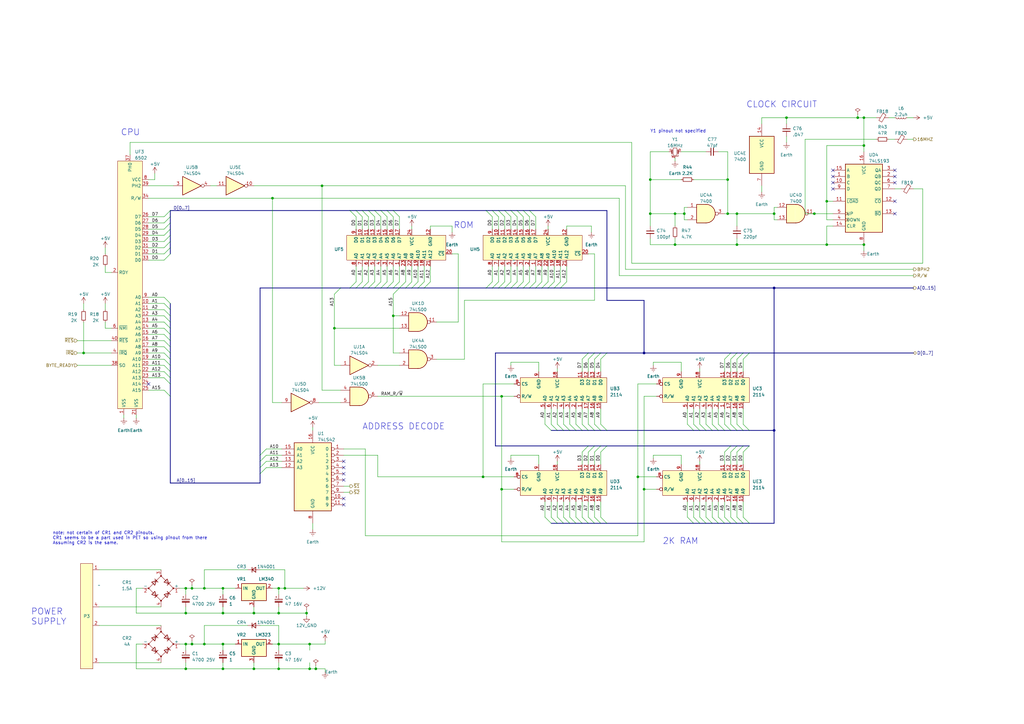
<source format=kicad_sch>
(kicad_sch (version 20230121) (generator eeschema)
  (paper "A3")
  (junction (at 317.5 176.53))
  (junction (at 137.16 134.62))
  (junction (at 261.62 195.58))
  (junction (at 76.2 274.32))
  (junction (at 322.58 48.26))
  (junction (at 205.74 162.56))
  (junction (at 76.2 241.3))
  (junction (at 354.33 59.69))
  (junction (at 266.7 73.66))
  (junction (at 111.76 81.28))
  (junction (at 132.08 76.2))
  (junction (at 114.3 274.32))
  (junction (at 104.14 251.46))
  (junction (at 198.12 195.58))
  (junction (at 354.33 48.26))
  (junction (at 298.45 87.63))
  (junction (at 91.44 274.32))
  (junction (at 298.45 73.66))
  (junction (at 83.82 264.16))
  (junction (at 104.14 274.32))
  (junction (at 91.44 251.46))
  (junction (at 266.7 87.63))
  (junction (at 78.74 264.16))
  (junction (at 280.67 87.63))
  (junction (at 302.26 100.33))
  (junction (at 114.3 264.16))
  (junction (at 351.79 48.26))
  (junction (at 78.74 241.3))
  (junction (at 83.82 241.3))
  (junction (at 76.2 264.16))
  (junction (at 339.09 100.33))
  (junction (at 317.5 87.63))
  (junction (at 76.2 251.46))
  (junction (at 127 274.32))
  (junction (at 276.86 100.33))
  (junction (at 116.84 241.3))
  (junction (at 34.29 144.78))
  (junction (at 114.3 251.46))
  (junction (at 127 264.16))
  (junction (at 339.09 82.55))
  (junction (at 205.74 200.66))
  (junction (at 317.5 118.11))
  (junction (at 114.3 241.3))
  (junction (at 91.44 264.16))
  (junction (at 354.33 100.33))
  (junction (at 302.26 87.63))
  (junction (at 264.16 200.66))
  (junction (at 161.29 129.54))
  (junction (at 91.44 241.3))
  (junction (at 264.16 144.78))
  (junction (at 125.73 251.46))
  (junction (at 276.86 87.63))
  (junction (at 129.54 274.32))
  (junction (at 334.01 87.63))
  (no_connect (at 367.03 74.93))
  (no_connect (at 367.03 69.85))
  (no_connect (at 140.97 189.23))
  (no_connect (at 140.97 191.77))
  (no_connect (at 140.97 194.31))
  (no_connect (at 140.97 204.47))
  (no_connect (at 367.03 87.63))
  (no_connect (at 341.63 74.93))
  (no_connect (at 60.96 157.48))
  (no_connect (at 367.03 82.55))
  (no_connect (at 140.97 207.01))
  (no_connect (at 341.63 69.85))
  (no_connect (at 341.63 72.39))
  (no_connect (at 367.03 72.39))
  (no_connect (at 140.97 196.85))
  (no_connect (at 341.63 77.47))
  (bus_entry (at 217.17 86.36) (size 2.54 2.54))
  (bus_entry (at 67.31 91.44) (size 2.54 -2.54))
  (bus_entry (at 287.02 173.99) (size 2.54 2.54))
  (bus_entry (at 231.14 173.99) (size 2.54 2.54))
  (bus_entry (at 299.72 144.78) (size -2.54 2.54))
  (bus_entry (at 241.3 182.88) (size -2.54 2.54))
  (bus_entry (at 212.09 118.11) (size 2.54 -2.54))
  (bus_entry (at 302.26 173.99) (size 2.54 2.54))
  (bus_entry (at 67.31 96.52) (size 2.54 -2.54))
  (bus_entry (at 299.72 182.88) (size -2.54 2.54))
  (bus_entry (at 199.39 118.11) (size 2.54 -2.54))
  (bus_entry (at 228.6 212.09) (size 2.54 2.54))
  (bus_entry (at 163.83 118.11) (size -2.54 2.54))
  (bus_entry (at 236.22 212.09) (size 2.54 2.54))
  (bus_entry (at 307.34 144.78) (size -2.54 2.54))
  (bus_entry (at 246.38 144.78) (size -2.54 2.54))
  (bus_entry (at 304.8 144.78) (size -2.54 2.54))
  (bus_entry (at 158.75 118.11) (size 2.54 -2.54))
  (bus_entry (at 67.31 149.86) (size 2.54 2.54))
  (bus_entry (at 246.38 173.99) (size 2.54 2.54))
  (bus_entry (at 217.17 118.11) (size 2.54 -2.54))
  (bus_entry (at 207.01 86.36) (size 2.54 2.54))
  (bus_entry (at 241.3 212.09) (size 2.54 2.54))
  (bus_entry (at 106.68 191.77) (size 2.54 -2.54))
  (bus_entry (at 67.31 139.7) (size 2.54 2.54))
  (bus_entry (at 219.71 118.11) (size 2.54 -2.54))
  (bus_entry (at 302.26 144.78) (size -2.54 2.54))
  (bus_entry (at 153.67 118.11) (size 2.54 -2.54))
  (bus_entry (at 287.02 212.09) (size 2.54 2.54))
  (bus_entry (at 297.18 173.99) (size 2.54 2.54))
  (bus_entry (at 161.29 86.36) (size 2.54 2.54))
  (bus_entry (at 201.93 118.11) (size 2.54 -2.54))
  (bus_entry (at 143.51 118.11) (size 2.54 -2.54))
  (bus_entry (at 163.83 118.11) (size 2.54 -2.54))
  (bus_entry (at 151.13 118.11) (size 2.54 -2.54))
  (bus_entry (at 67.31 154.94) (size 2.54 2.54))
  (bus_entry (at 209.55 118.11) (size 2.54 -2.54))
  (bus_entry (at 248.92 144.78) (size -2.54 2.54))
  (bus_entry (at 289.56 212.09) (size 2.54 2.54))
  (bus_entry (at 212.09 86.36) (size 2.54 2.54))
  (bus_entry (at 148.59 118.11) (size 2.54 -2.54))
  (bus_entry (at 246.38 182.88) (size -2.54 2.54))
  (bus_entry (at 214.63 86.36) (size 2.54 2.54))
  (bus_entry (at 67.31 147.32) (size 2.54 2.54))
  (bus_entry (at 171.45 118.11) (size 2.54 -2.54))
  (bus_entry (at 67.31 160.02) (size 2.54 2.54))
  (bus_entry (at 302.26 212.09) (size 2.54 2.54))
  (bus_entry (at 67.31 106.68) (size 2.54 -2.54))
  (bus_entry (at 289.56 173.99) (size 2.54 2.54))
  (bus_entry (at 67.31 101.6) (size 2.54 -2.54))
  (bus_entry (at 153.67 86.36) (size 2.54 2.54))
  (bus_entry (at 281.94 212.09) (size 2.54 2.54))
  (bus_entry (at 248.92 182.88) (size -2.54 2.54))
  (bus_entry (at 243.84 212.09) (size 2.54 2.54))
  (bus_entry (at 67.31 104.14) (size 2.54 -2.54))
  (bus_entry (at 231.14 212.09) (size 2.54 2.54))
  (bus_entry (at 236.22 173.99) (size 2.54 2.54))
  (bus_entry (at 233.68 212.09) (size 2.54 2.54))
  (bus_entry (at 214.63 118.11) (size 2.54 -2.54))
  (bus_entry (at 304.8 182.88) (size -2.54 2.54))
  (bus_entry (at 199.39 86.36) (size 2.54 2.54))
  (bus_entry (at 148.59 86.36) (size 2.54 2.54))
  (bus_entry (at 241.3 144.78) (size -2.54 2.54))
  (bus_entry (at 67.31 132.08) (size 2.54 2.54))
  (bus_entry (at 168.91 118.11) (size 2.54 -2.54))
  (bus_entry (at 151.13 86.36) (size 2.54 2.54))
  (bus_entry (at 67.31 93.98) (size 2.54 -2.54))
  (bus_entry (at 161.29 118.11) (size 2.54 -2.54))
  (bus_entry (at 304.8 212.09) (size 2.54 2.54))
  (bus_entry (at 173.99 118.11) (size 2.54 -2.54))
  (bus_entry (at 146.05 86.36) (size 2.54 2.54))
  (bus_entry (at 209.55 86.36) (size 2.54 2.54))
  (bus_entry (at 222.25 118.11) (size 2.54 -2.54))
  (bus_entry (at 226.06 173.99) (size 2.54 2.54))
  (bus_entry (at 299.72 173.99) (size 2.54 2.54))
  (bus_entry (at 67.31 134.62) (size 2.54 2.54))
  (bus_entry (at 67.31 129.54) (size 2.54 2.54))
  (bus_entry (at 246.38 212.09) (size 2.54 2.54))
  (bus_entry (at 281.94 173.99) (size 2.54 2.54))
  (bus_entry (at 166.37 118.11) (size 2.54 -2.54))
  (bus_entry (at 292.1 173.99) (size 2.54 2.54))
  (bus_entry (at 223.52 212.09) (size 2.54 2.54))
  (bus_entry (at 156.21 118.11) (size 2.54 -2.54))
  (bus_entry (at 106.68 194.31) (size 2.54 -2.54))
  (bus_entry (at 67.31 144.78) (size 2.54 2.54))
  (bus_entry (at 67.31 99.06) (size 2.54 -2.54))
  (bus_entry (at 224.79 118.11) (size 2.54 -2.54))
  (bus_entry (at 243.84 173.99) (size 2.54 2.54))
  (bus_entry (at 238.76 173.99) (size 2.54 2.54))
  (bus_entry (at 284.48 173.99) (size 2.54 2.54))
  (bus_entry (at 241.3 173.99) (size 2.54 2.54))
  (bus_entry (at 229.87 118.11) (size 2.54 -2.54))
  (bus_entry (at 294.64 212.09) (size 2.54 2.54))
  (bus_entry (at 67.31 152.4) (size 2.54 2.54))
  (bus_entry (at 233.68 173.99) (size 2.54 2.54))
  (bus_entry (at 302.26 182.88) (size -2.54 2.54))
  (bus_entry (at 207.01 118.11) (size 2.54 -2.54))
  (bus_entry (at 227.33 118.11) (size 2.54 -2.54))
  (bus_entry (at 67.31 124.46) (size 2.54 2.54))
  (bus_entry (at 106.68 186.69) (size 2.54 -2.54))
  (bus_entry (at 292.1 212.09) (size 2.54 2.54))
  (bus_entry (at 67.31 88.9) (size 2.54 -2.54))
  (bus_entry (at 201.93 86.36) (size 2.54 2.54))
  (bus_entry (at 158.75 86.36) (size 2.54 2.54))
  (bus_entry (at 143.51 86.36) (size 2.54 2.54))
  (bus_entry (at 228.6 173.99) (size 2.54 2.54))
  (bus_entry (at 223.52 173.99) (size 2.54 2.54))
  (bus_entry (at 243.84 144.78) (size -2.54 2.54))
  (bus_entry (at 243.84 182.88) (size -2.54 2.54))
  (bus_entry (at 156.21 86.36) (size 2.54 2.54))
  (bus_entry (at 238.76 212.09) (size 2.54 2.54))
  (bus_entry (at 204.47 86.36) (size 2.54 2.54))
  (bus_entry (at 139.7 118.11) (size -2.54 2.54))
  (bus_entry (at 226.06 212.09) (size 2.54 2.54))
  (bus_entry (at 146.05 118.11) (size 2.54 -2.54))
  (bus_entry (at 67.31 121.92) (size 2.54 2.54))
  (bus_entry (at 294.64 173.99) (size 2.54 2.54))
  (bus_entry (at 297.18 212.09) (size 2.54 2.54))
  (bus_entry (at 284.48 212.09) (size 2.54 2.54))
  (bus_entry (at 307.34 182.88) (size -2.54 2.54))
  (bus_entry (at 299.72 212.09) (size 2.54 2.54))
  (bus_entry (at 204.47 118.11) (size 2.54 -2.54))
  (bus_entry (at 67.31 137.16) (size 2.54 2.54))
  (bus_entry (at 67.31 142.24) (size 2.54 2.54))
  (bus_entry (at 304.8 173.99) (size 2.54 2.54))
  (bus_entry (at 67.31 127) (size 2.54 2.54))
  (bus_entry (at 106.68 189.23) (size 2.54 -2.54))
  (wire (pts (xy 129.54 274.32) (xy 133.35 274.32)))
  (wire (pts (xy 364.49 57.15) (xy 367.03 57.15)))
  (wire (pts (xy 146.05 88.9) (xy 146.05 93.98)))
  (bus (pts (xy 302.26 176.53) (xy 304.8 176.53)))
  (wire (pts (xy 104.14 274.32) (xy 114.3 274.32)))
  (wire (pts (xy 151.13 88.9) (xy 151.13 93.98)))
  (wire (pts (xy 60.96 81.28) (xy 111.76 81.28)))
  (wire (pts (xy 209.55 109.22) (xy 209.55 115.57)))
  (bus (pts (xy 203.2 144.78) (xy 241.3 144.78)))
  (wire (pts (xy 204.47 88.9) (xy 204.47 93.98)))
  (wire (pts (xy 209.55 148.59) (xy 220.98 148.59)))
  (wire (pts (xy 40.64 248.92) (xy 66.04 248.92)))
  (wire (pts (xy 302.26 100.33) (xy 302.26 97.79)))
  (bus (pts (xy 156.21 86.36) (xy 158.75 86.36)))
  (bus (pts (xy 69.85 101.6) (xy 69.85 99.06)))
  (bus (pts (xy 69.85 127) (xy 69.85 129.54)))
  (wire (pts (xy 101.6 233.68) (xy 83.82 233.68)))
  (bus (pts (xy 307.34 176.53) (xy 317.5 176.53)))
  (wire (pts (xy 292.1 205.74) (xy 292.1 212.09)))
  (bus (pts (xy 69.85 139.7) (xy 69.85 142.24)))
  (wire (pts (xy 298.45 87.63) (xy 298.45 73.66)))
  (bus (pts (xy 153.67 86.36) (xy 156.21 86.36)))
  (wire (pts (xy 156.21 88.9) (xy 156.21 93.98)))
  (wire (pts (xy 241.3 104.14) (xy 243.84 104.14)))
  (wire (pts (xy 43.18 109.22) (xy 43.18 111.76)))
  (wire (pts (xy 201.93 109.22) (xy 201.93 115.57)))
  (bus (pts (xy 226.06 176.53) (xy 228.6 176.53)))
  (bus (pts (xy 148.59 86.36) (xy 151.13 86.36)))
  (bus (pts (xy 69.85 142.24) (xy 69.85 144.78)))
  (wire (pts (xy 246.38 185.42) (xy 246.38 190.5)))
  (wire (pts (xy 53.34 58.42) (xy 53.34 63.5)))
  (bus (pts (xy 228.6 176.53) (xy 231.14 176.53)))
  (wire (pts (xy 60.96 134.62) (xy 67.31 134.62)))
  (wire (pts (xy 133.35 274.32) (xy 133.35 275.59)))
  (wire (pts (xy 43.18 134.62) (xy 45.72 134.62)))
  (wire (pts (xy 266.7 87.63) (xy 276.86 87.63)))
  (bus (pts (xy 236.22 176.53) (xy 238.76 176.53)))
  (wire (pts (xy 60.96 127) (xy 67.31 127)))
  (bus (pts (xy 226.06 214.63) (xy 228.6 214.63)))
  (wire (pts (xy 60.96 93.98) (xy 67.31 93.98)))
  (bus (pts (xy 106.68 186.69) (xy 106.68 189.23)))
  (wire (pts (xy 60.96 101.6) (xy 67.31 101.6)))
  (wire (pts (xy 60.96 91.44) (xy 67.31 91.44)))
  (wire (pts (xy 91.44 251.46) (xy 91.44 248.92)))
  (wire (pts (xy 161.29 129.54) (xy 161.29 120.65)))
  (bus (pts (xy 241.3 182.88) (xy 203.2 182.88)))
  (bus (pts (xy 289.56 176.53) (xy 292.1 176.53)))
  (bus (pts (xy 158.75 118.11) (xy 161.29 118.11)))
  (wire (pts (xy 317.5 85.09) (xy 317.5 87.63)))
  (wire (pts (xy 140.97 184.15) (xy 149.86 184.15)))
  (wire (pts (xy 322.58 55.88) (xy 322.58 58.42)))
  (bus (pts (xy 69.85 132.08) (xy 69.85 134.62)))
  (wire (pts (xy 116.84 241.3) (xy 124.46 241.3)))
  (wire (pts (xy 294.64 62.23) (xy 298.45 62.23)))
  (wire (pts (xy 114.3 248.92) (xy 114.3 251.46)))
  (wire (pts (xy 222.25 109.22) (xy 222.25 115.57)))
  (wire (pts (xy 171.45 109.22) (xy 171.45 115.57)))
  (wire (pts (xy 284.48 167.64) (xy 284.48 173.99)))
  (bus (pts (xy 69.85 154.94) (xy 69.85 157.48)))
  (wire (pts (xy 224.79 109.22) (xy 224.79 115.57)))
  (wire (pts (xy 297.18 185.42) (xy 297.18 190.5)))
  (wire (pts (xy 129.54 273.05) (xy 129.54 274.32)))
  (bus (pts (xy 146.05 118.11) (xy 148.59 118.11)))
  (wire (pts (xy 318.77 85.09) (xy 317.5 85.09)))
  (bus (pts (xy 214.63 86.36) (xy 217.17 86.36)))
  (bus (pts (xy 69.85 93.98) (xy 69.85 91.44)))
  (wire (pts (xy 261.62 195.58) (xy 261.62 219.71)))
  (wire (pts (xy 227.33 109.22) (xy 227.33 115.57)))
  (wire (pts (xy 185.42 92.71) (xy 176.53 92.71)))
  (wire (pts (xy 205.74 162.56) (xy 205.74 200.66)))
  (wire (pts (xy 266.7 100.33) (xy 276.86 100.33)))
  (bus (pts (xy 246.38 176.53) (xy 248.92 176.53)))
  (wire (pts (xy 60.96 88.9) (xy 67.31 88.9)))
  (wire (pts (xy 34.29 132.08) (xy 34.29 144.78)))
  (wire (pts (xy 140.97 201.93) (xy 143.51 201.93)))
  (wire (pts (xy 264.16 200.66) (xy 269.24 200.66)))
  (wire (pts (xy 276.86 100.33) (xy 302.26 100.33)))
  (wire (pts (xy 233.68 205.74) (xy 233.68 212.09)))
  (bus (pts (xy 317.5 176.53) (xy 317.5 214.63)))
  (wire (pts (xy 302.26 100.33) (xy 339.09 100.33)))
  (wire (pts (xy 111.76 81.28) (xy 254 81.28)))
  (wire (pts (xy 317.5 87.63) (xy 317.5 90.17)))
  (wire (pts (xy 256.54 110.49) (xy 256.54 76.2)))
  (wire (pts (xy 351.79 46.99) (xy 351.79 48.26)))
  (wire (pts (xy 279.4 148.59) (xy 279.4 152.4)))
  (bus (pts (xy 307.34 144.78) (xy 374.65 144.78)))
  (wire (pts (xy 229.87 109.22) (xy 229.87 115.57)))
  (bus (pts (xy 199.39 118.11) (xy 201.93 118.11)))
  (wire (pts (xy 137.16 120.65) (xy 137.16 134.62)))
  (bus (pts (xy 297.18 176.53) (xy 299.72 176.53)))
  (bus (pts (xy 304.8 214.63) (xy 307.34 214.63)))
  (wire (pts (xy 34.29 144.78) (xy 45.72 144.78)))
  (wire (pts (xy 127 264.16) (xy 127 266.7)))
  (bus (pts (xy 69.85 88.9) (xy 69.85 86.36)))
  (wire (pts (xy 154.94 195.58) (xy 198.12 195.58)))
  (wire (pts (xy 226.06 205.74) (xy 226.06 212.09)))
  (wire (pts (xy 40.64 233.68) (xy 66.04 233.68)))
  (wire (pts (xy 127 264.16) (xy 133.35 264.16)))
  (wire (pts (xy 187.96 104.14) (xy 187.96 132.08)))
  (wire (pts (xy 60.96 76.2) (xy 71.12 76.2)))
  (wire (pts (xy 128.27 175.26) (xy 128.27 176.53)))
  (wire (pts (xy 241.3 147.32) (xy 241.3 152.4)))
  (wire (pts (xy 148.59 109.22) (xy 148.59 115.57)))
  (wire (pts (xy 43.18 124.46) (xy 43.18 127)))
  (wire (pts (xy 210.82 157.48) (xy 198.12 157.48)))
  (wire (pts (xy 276.86 87.63) (xy 276.86 92.71)))
  (wire (pts (xy 238.76 167.64) (xy 238.76 173.99)))
  (wire (pts (xy 264.16 200.66) (xy 264.16 222.25)))
  (wire (pts (xy 339.09 92.71) (xy 339.09 100.33)))
  (wire (pts (xy 259.08 58.42) (xy 259.08 107.95)))
  (bus (pts (xy 199.39 86.36) (xy 201.93 86.36)))
  (wire (pts (xy 297.18 205.74) (xy 297.18 212.09)))
  (wire (pts (xy 114.3 241.3) (xy 116.84 241.3)))
  (bus (pts (xy 302.26 214.63) (xy 304.8 214.63)))
  (wire (pts (xy 266.7 62.23) (xy 266.7 73.66)))
  (bus (pts (xy 139.7 118.11) (xy 143.51 118.11)))
  (bus (pts (xy 69.85 91.44) (xy 69.85 88.9)))
  (wire (pts (xy 153.67 109.22) (xy 153.67 115.57)))
  (wire (pts (xy 116.84 233.68) (xy 106.68 233.68)))
  (wire (pts (xy 104.14 251.46) (xy 114.3 251.46)))
  (bus (pts (xy 229.87 118.11) (xy 317.5 118.11)))
  (wire (pts (xy 76.2 271.78) (xy 76.2 274.32)))
  (bus (pts (xy 248.92 123.19) (xy 264.16 123.19)))
  (wire (pts (xy 40.64 256.54) (xy 66.04 256.54)))
  (wire (pts (xy 322.58 48.26) (xy 351.79 48.26)))
  (bus (pts (xy 241.3 144.78) (xy 243.84 144.78)))
  (bus (pts (xy 217.17 118.11) (xy 219.71 118.11)))
  (wire (pts (xy 137.16 149.86) (xy 139.7 149.86)))
  (wire (pts (xy 339.09 59.69) (xy 354.33 59.69)))
  (wire (pts (xy 276.86 64.77) (xy 276.86 66.04)))
  (bus (pts (xy 294.64 214.63) (xy 297.18 214.63)))
  (bus (pts (xy 264.16 144.78) (xy 299.72 144.78)))
  (wire (pts (xy 163.83 88.9) (xy 163.83 93.98)))
  (wire (pts (xy 140.97 186.69) (xy 154.94 186.69)))
  (wire (pts (xy 374.65 110.49) (xy 256.54 110.49)))
  (bus (pts (xy 151.13 118.11) (xy 153.67 118.11)))
  (wire (pts (xy 246.38 205.74) (xy 246.38 212.09)))
  (wire (pts (xy 163.83 129.54) (xy 161.29 129.54)))
  (wire (pts (xy 201.93 88.9) (xy 201.93 93.98)))
  (wire (pts (xy 146.05 109.22) (xy 146.05 115.57)))
  (wire (pts (xy 302.26 87.63) (xy 317.5 87.63)))
  (wire (pts (xy 91.44 251.46) (xy 104.14 251.46)))
  (bus (pts (xy 236.22 214.63) (xy 238.76 214.63)))
  (wire (pts (xy 176.53 109.22) (xy 176.53 115.57)))
  (bus (pts (xy 69.85 99.06) (xy 69.85 96.52)))
  (bus (pts (xy 106.68 189.23) (xy 106.68 191.77)))
  (wire (pts (xy 133.35 262.89) (xy 133.35 264.16)))
  (wire (pts (xy 330.2 87.63) (xy 334.01 87.63)))
  (bus (pts (xy 233.68 214.63) (xy 236.22 214.63)))
  (wire (pts (xy 269.24 162.56) (xy 264.16 162.56)))
  (wire (pts (xy 116.84 241.3) (xy 116.84 233.68)))
  (wire (pts (xy 190.5 147.32) (xy 179.07 147.32)))
  (wire (pts (xy 91.44 241.3) (xy 96.52 241.3)))
  (wire (pts (xy 83.82 241.3) (xy 78.74 241.3)))
  (wire (pts (xy 354.33 48.26) (xy 359.41 48.26)))
  (wire (pts (xy 299.72 205.74) (xy 299.72 212.09)))
  (wire (pts (xy 114.3 256.54) (xy 106.68 256.54)))
  (wire (pts (xy 207.01 88.9) (xy 207.01 93.98)))
  (bus (pts (xy 302.26 144.78) (xy 304.8 144.78)))
  (wire (pts (xy 60.96 152.4) (xy 67.31 152.4)))
  (wire (pts (xy 166.37 109.22) (xy 166.37 115.57)))
  (wire (pts (xy 132.08 160.02) (xy 139.7 160.02)))
  (wire (pts (xy 228.6 205.74) (xy 228.6 212.09)))
  (bus (pts (xy 203.2 182.88) (xy 203.2 144.78)))
  (wire (pts (xy 168.91 92.71) (xy 168.91 93.98)))
  (wire (pts (xy 158.75 109.22) (xy 158.75 115.57)))
  (wire (pts (xy 267.97 186.69) (xy 279.4 186.69)))
  (wire (pts (xy 111.76 81.28) (xy 111.76 165.1)))
  (bus (pts (xy 69.85 124.46) (xy 69.85 127)))
  (bus (pts (xy 231.14 214.63) (xy 233.68 214.63)))
  (wire (pts (xy 83.82 256.54) (xy 83.82 264.16)))
  (wire (pts (xy 55.88 251.46) (xy 76.2 251.46)))
  (bus (pts (xy 173.99 118.11) (xy 199.39 118.11)))
  (wire (pts (xy 280.67 87.63) (xy 280.67 90.17)))
  (wire (pts (xy 60.96 139.7) (xy 67.31 139.7)))
  (bus (pts (xy 292.1 176.53) (xy 294.64 176.53)))
  (wire (pts (xy 299.72 167.64) (xy 299.72 173.99)))
  (wire (pts (xy 73.66 264.16) (xy 76.2 264.16)))
  (wire (pts (xy 264.16 222.25) (xy 205.74 222.25)))
  (wire (pts (xy 58.42 241.3) (xy 55.88 241.3)))
  (wire (pts (xy 298.45 62.23) (xy 298.45 73.66)))
  (bus (pts (xy 248.92 176.53) (xy 284.48 176.53)))
  (wire (pts (xy 104.14 274.32) (xy 104.14 271.78)))
  (wire (pts (xy 43.18 132.08) (xy 43.18 134.62)))
  (wire (pts (xy 339.09 82.55) (xy 341.63 82.55)))
  (wire (pts (xy 161.29 129.54) (xy 161.29 144.78)))
  (bus (pts (xy 106.68 118.11) (xy 139.7 118.11)))
  (wire (pts (xy 60.96 73.66) (xy 63.5 73.66)))
  (wire (pts (xy 60.96 142.24) (xy 67.31 142.24)))
  (wire (pts (xy 238.76 147.32) (xy 238.76 152.4)))
  (bus (pts (xy 302.26 182.88) (xy 304.8 182.88)))
  (wire (pts (xy 209.55 149.86) (xy 209.55 148.59)))
  (wire (pts (xy 212.09 88.9) (xy 212.09 93.98)))
  (wire (pts (xy 198.12 157.48) (xy 198.12 195.58)))
  (wire (pts (xy 60.96 129.54) (xy 67.31 129.54)))
  (bus (pts (xy 224.79 118.11) (xy 227.33 118.11)))
  (wire (pts (xy 101.6 256.54) (xy 83.82 256.54)))
  (wire (pts (xy 91.44 264.16) (xy 91.44 266.7)))
  (wire (pts (xy 40.64 271.78) (xy 66.04 271.78)))
  (bus (pts (xy 163.83 118.11) (xy 166.37 118.11)))
  (bus (pts (xy 151.13 86.36) (xy 153.67 86.36)))
  (wire (pts (xy 341.63 90.17) (xy 339.09 90.17)))
  (wire (pts (xy 243.84 205.74) (xy 243.84 212.09)))
  (wire (pts (xy 281.94 90.17) (xy 280.67 90.17)))
  (bus (pts (xy 69.85 86.36) (xy 143.51 86.36)))
  (bus (pts (xy 212.09 118.11) (xy 214.63 118.11)))
  (wire (pts (xy 168.91 109.22) (xy 168.91 115.57)))
  (wire (pts (xy 276.86 87.63) (xy 280.67 87.63)))
  (wire (pts (xy 31.75 139.7) (xy 45.72 139.7)))
  (wire (pts (xy 209.55 186.69) (xy 220.98 186.69)))
  (wire (pts (xy 241.3 167.64) (xy 241.3 173.99)))
  (bus (pts (xy 243.84 214.63) (xy 246.38 214.63)))
  (wire (pts (xy 281.94 167.64) (xy 281.94 173.99)))
  (bus (pts (xy 69.85 104.14) (xy 69.85 101.6)))
  (bus (pts (xy 238.76 214.63) (xy 241.3 214.63)))
  (wire (pts (xy 73.66 241.3) (xy 76.2 241.3)))
  (wire (pts (xy 60.96 160.02) (xy 67.31 160.02)))
  (bus (pts (xy 212.09 86.36) (xy 214.63 86.36)))
  (wire (pts (xy 190.5 123.19) (xy 190.5 147.32)))
  (wire (pts (xy 267.97 187.96) (xy 267.97 186.69)))
  (wire (pts (xy 274.32 62.23) (xy 266.7 62.23)))
  (wire (pts (xy 132.08 76.2) (xy 132.08 160.02)))
  (wire (pts (xy 114.3 274.32) (xy 127 274.32)))
  (wire (pts (xy 292.1 167.64) (xy 292.1 173.99)))
  (wire (pts (xy 220.98 186.69) (xy 220.98 190.5)))
  (wire (pts (xy 137.16 134.62) (xy 137.16 149.86)))
  (wire (pts (xy 151.13 109.22) (xy 151.13 115.57)))
  (wire (pts (xy 264.16 162.56) (xy 264.16 200.66)))
  (bus (pts (xy 299.72 214.63) (xy 302.26 214.63)))
  (wire (pts (xy 372.11 48.26) (xy 374.65 48.26)))
  (wire (pts (xy 104.14 251.46) (xy 104.14 248.92)))
  (wire (pts (xy 367.03 77.47) (xy 369.57 77.47)))
  (wire (pts (xy 254 81.28) (xy 254 113.03)))
  (wire (pts (xy 212.09 109.22) (xy 212.09 115.57)))
  (wire (pts (xy 154.94 149.86) (xy 163.83 149.86)))
  (wire (pts (xy 158.75 88.9) (xy 158.75 93.98)))
  (wire (pts (xy 60.96 132.08) (xy 67.31 132.08)))
  (wire (pts (xy 114.3 251.46) (xy 125.73 251.46)))
  (bus (pts (xy 304.8 182.88) (xy 307.34 182.88)))
  (bus (pts (xy 209.55 118.11) (xy 212.09 118.11)))
  (wire (pts (xy 304.8 205.74) (xy 304.8 212.09)))
  (wire (pts (xy 304.8 167.64) (xy 304.8 173.99)))
  (wire (pts (xy 31.75 149.86) (xy 45.72 149.86)))
  (wire (pts (xy 63.5 71.12) (xy 63.5 73.66)))
  (wire (pts (xy 256.54 76.2) (xy 132.08 76.2)))
  (wire (pts (xy 187.96 132.08) (xy 179.07 132.08)))
  (wire (pts (xy 60.96 144.78) (xy 67.31 144.78)))
  (wire (pts (xy 109.22 191.77) (xy 115.57 191.77)))
  (wire (pts (xy 173.99 109.22) (xy 173.99 115.57)))
  (wire (pts (xy 254 113.03) (xy 374.65 113.03)))
  (bus (pts (xy 317.5 118.11) (xy 374.65 118.11)))
  (bus (pts (xy 69.85 162.56) (xy 69.85 198.12)))
  (wire (pts (xy 214.63 88.9) (xy 214.63 93.98)))
  (wire (pts (xy 114.3 264.16) (xy 127 264.16)))
  (bus (pts (xy 171.45 118.11) (xy 173.99 118.11)))
  (bus (pts (xy 241.3 176.53) (xy 243.84 176.53)))
  (wire (pts (xy 236.22 167.64) (xy 236.22 173.99)))
  (wire (pts (xy 207.01 109.22) (xy 207.01 115.57)))
  (bus (pts (xy 228.6 214.63) (xy 231.14 214.63)))
  (bus (pts (xy 233.68 176.53) (xy 236.22 176.53)))
  (wire (pts (xy 198.12 195.58) (xy 210.82 195.58)))
  (bus (pts (xy 238.76 176.53) (xy 241.3 176.53)))
  (wire (pts (xy 53.34 58.42) (xy 259.08 58.42)))
  (wire (pts (xy 297.18 87.63) (xy 298.45 87.63)))
  (wire (pts (xy 232.41 93.98) (xy 232.41 92.71)))
  (bus (pts (xy 204.47 118.11) (xy 207.01 118.11)))
  (wire (pts (xy 58.42 264.16) (xy 55.88 264.16)))
  (wire (pts (xy 55.88 241.3) (xy 55.88 251.46)))
  (bus (pts (xy 207.01 86.36) (xy 209.55 86.36)))
  (wire (pts (xy 302.26 87.63) (xy 302.26 92.71)))
  (wire (pts (xy 289.56 62.23) (xy 279.4 62.23)))
  (wire (pts (xy 341.63 92.71) (xy 339.09 92.71)))
  (wire (pts (xy 228.6 167.64) (xy 228.6 173.99)))
  (wire (pts (xy 149.86 184.15) (xy 149.86 219.71)))
  (wire (pts (xy 78.74 264.16) (xy 83.82 264.16)))
  (wire (pts (xy 111.76 264.16) (xy 114.3 264.16)))
  (bus (pts (xy 243.84 144.78) (xy 246.38 144.78)))
  (wire (pts (xy 302.26 205.74) (xy 302.26 212.09)))
  (wire (pts (xy 205.74 200.66) (xy 205.74 222.25)))
  (bus (pts (xy 69.85 152.4) (xy 69.85 154.94)))
  (bus (pts (xy 69.85 137.16) (xy 69.85 139.7)))
  (wire (pts (xy 287.02 205.74) (xy 287.02 212.09)))
  (wire (pts (xy 156.21 109.22) (xy 156.21 115.57)))
  (wire (pts (xy 228.6 189.23) (xy 228.6 190.5)))
  (wire (pts (xy 176.53 92.71) (xy 176.53 93.98)))
  (wire (pts (xy 279.4 73.66) (xy 266.7 73.66)))
  (bus (pts (xy 241.3 214.63) (xy 243.84 214.63)))
  (wire (pts (xy 204.47 109.22) (xy 204.47 115.57)))
  (wire (pts (xy 233.68 167.64) (xy 233.68 173.99)))
  (bus (pts (xy 264.16 123.19) (xy 264.16 144.78)))
  (wire (pts (xy 125.73 251.46) (xy 125.73 252.73)))
  (wire (pts (xy 312.42 48.26) (xy 322.58 48.26)))
  (bus (pts (xy 299.72 144.78) (xy 302.26 144.78)))
  (bus (pts (xy 222.25 118.11) (xy 224.79 118.11)))
  (wire (pts (xy 284.48 205.74) (xy 284.48 212.09)))
  (wire (pts (xy 114.3 241.3) (xy 114.3 243.84)))
  (wire (pts (xy 60.96 154.94) (xy 67.31 154.94)))
  (bus (pts (xy 284.48 176.53) (xy 287.02 176.53)))
  (bus (pts (xy 246.38 182.88) (xy 248.92 182.88)))
  (wire (pts (xy 223.52 167.64) (xy 223.52 173.99)))
  (wire (pts (xy 269.24 157.48) (xy 261.62 157.48)))
  (wire (pts (xy 339.09 82.55) (xy 339.09 59.69)))
  (wire (pts (xy 259.08 107.95) (xy 378.46 107.95)))
  (wire (pts (xy 91.44 264.16) (xy 96.52 264.16)))
  (bus (pts (xy 209.55 86.36) (xy 212.09 86.36)))
  (bus (pts (xy 217.17 86.36) (xy 248.92 86.36)))
  (wire (pts (xy 60.96 104.14) (xy 67.31 104.14)))
  (wire (pts (xy 205.74 200.66) (xy 210.82 200.66)))
  (bus (pts (xy 248.92 86.36) (xy 248.92 123.19)))
  (wire (pts (xy 281.94 85.09) (xy 280.67 85.09)))
  (wire (pts (xy 378.46 107.95) (xy 378.46 77.47)))
  (wire (pts (xy 78.74 241.3) (xy 76.2 241.3)))
  (wire (pts (xy 127 274.32) (xy 129.54 274.32)))
  (wire (pts (xy 86.36 76.2) (xy 88.9 76.2)))
  (bus (pts (xy 106.68 194.31) (xy 106.68 198.12)))
  (bus (pts (xy 284.48 214.63) (xy 287.02 214.63)))
  (bus (pts (xy 317.5 214.63) (xy 307.34 214.63)))
  (bus (pts (xy 143.51 86.36) (xy 146.05 86.36)))
  (bus (pts (xy 69.85 198.12) (xy 106.68 198.12)))
  (wire (pts (xy 114.3 274.32) (xy 114.3 271.78)))
  (wire (pts (xy 76.2 274.32) (xy 91.44 274.32)))
  (wire (pts (xy 163.83 109.22) (xy 163.83 115.57)))
  (wire (pts (xy 312.42 48.26) (xy 312.42 50.8)))
  (wire (pts (xy 226.06 167.64) (xy 226.06 173.99)))
  (wire (pts (xy 232.41 109.22) (xy 232.41 115.57)))
  (wire (pts (xy 243.84 147.32) (xy 243.84 152.4)))
  (wire (pts (xy 50.8 170.18) (xy 50.8 171.45)))
  (wire (pts (xy 294.64 167.64) (xy 294.64 173.99)))
  (wire (pts (xy 55.88 170.18) (xy 55.88 171.45)))
  (wire (pts (xy 312.42 76.2) (xy 312.42 78.74)))
  (wire (pts (xy 205.74 162.56) (xy 210.82 162.56)))
  (wire (pts (xy 219.71 109.22) (xy 219.71 115.57)))
  (bus (pts (xy 299.72 182.88) (xy 302.26 182.88)))
  (wire (pts (xy 60.96 149.86) (xy 67.31 149.86)))
  (bus (pts (xy 148.59 118.11) (xy 151.13 118.11)))
  (wire (pts (xy 185.42 95.25) (xy 185.42 92.71)))
  (wire (pts (xy 297.18 147.32) (xy 297.18 152.4)))
  (wire (pts (xy 297.18 167.64) (xy 297.18 173.99)))
  (wire (pts (xy 153.67 88.9) (xy 153.67 93.98)))
  (wire (pts (xy 228.6 151.13) (xy 228.6 152.4)))
  (wire (pts (xy 242.57 92.71) (xy 242.57 95.25)))
  (wire (pts (xy 217.17 109.22) (xy 217.17 115.57)))
  (wire (pts (xy 364.49 48.26) (xy 367.03 48.26)))
  (bus (pts (xy 248.92 144.78) (xy 264.16 144.78)))
  (wire (pts (xy 31.75 144.78) (xy 34.29 144.78)))
  (wire (pts (xy 91.44 243.84) (xy 91.44 241.3)))
  (wire (pts (xy 60.96 137.16) (xy 67.31 137.16)))
  (wire (pts (xy 330.2 87.63) (xy 330.2 57.15)))
  (wire (pts (xy 43.18 111.76) (xy 45.72 111.76)))
  (wire (pts (xy 294.64 205.74) (xy 294.64 212.09)))
  (wire (pts (xy 246.38 147.32) (xy 246.38 152.4)))
  (wire (pts (xy 304.8 185.42) (xy 304.8 190.5)))
  (bus (pts (xy 69.85 134.62) (xy 69.85 137.16)))
  (wire (pts (xy 130.81 165.1) (xy 139.7 165.1)))
  (wire (pts (xy 339.09 100.33) (xy 354.33 100.33)))
  (wire (pts (xy 161.29 144.78) (xy 163.83 144.78)))
  (bus (pts (xy 227.33 118.11) (xy 229.87 118.11)))
  (bus (pts (xy 219.71 118.11) (xy 222.25 118.11)))
  (wire (pts (xy 60.96 124.46) (xy 67.31 124.46)))
  (wire (pts (xy 267.97 149.86) (xy 267.97 148.59)))
  (wire (pts (xy 154.94 162.56) (xy 205.74 162.56)))
  (wire (pts (xy 276.86 97.79) (xy 276.86 100.33)))
  (bus (pts (xy 292.1 214.63) (xy 294.64 214.63)))
  (bus (pts (xy 69.85 157.48) (xy 69.85 162.56)))
  (bus (pts (xy 69.85 147.32) (xy 69.85 149.86)))
  (wire (pts (xy 279.4 186.69) (xy 279.4 190.5)))
  (bus (pts (xy 161.29 118.11) (xy 163.83 118.11)))
  (bus (pts (xy 207.01 118.11) (xy 209.55 118.11)))
  (wire (pts (xy 78.74 240.03) (xy 78.74 241.3)))
  (wire (pts (xy 223.52 205.74) (xy 223.52 212.09)))
  (wire (pts (xy 322.58 48.26) (xy 322.58 50.8)))
  (wire (pts (xy 287.02 189.23) (xy 287.02 190.5)))
  (wire (pts (xy 60.96 96.52) (xy 67.31 96.52)))
  (wire (pts (xy 246.38 167.64) (xy 246.38 173.99)))
  (wire (pts (xy 91.44 241.3) (xy 83.82 241.3)))
  (bus (pts (xy 214.63 118.11) (xy 217.17 118.11)))
  (wire (pts (xy 287.02 151.13) (xy 287.02 152.4)))
  (wire (pts (xy 261.62 195.58) (xy 269.24 195.58)))
  (wire (pts (xy 241.3 185.42) (xy 241.3 190.5)))
  (wire (pts (xy 109.22 184.15) (xy 115.57 184.15)))
  (wire (pts (xy 280.67 85.09) (xy 280.67 87.63)))
  (wire (pts (xy 91.44 274.32) (xy 104.14 274.32)))
  (bus (pts (xy 158.75 86.36) (xy 161.29 86.36)))
  (wire (pts (xy 289.56 205.74) (xy 289.56 212.09)))
  (wire (pts (xy 317.5 90.17) (xy 318.77 90.17)))
  (wire (pts (xy 60.96 121.92) (xy 67.31 121.92)))
  (bus (pts (xy 289.56 214.63) (xy 292.1 214.63)))
  (bus (pts (xy 204.47 86.36) (xy 207.01 86.36)))
  (wire (pts (xy 148.59 88.9) (xy 148.59 93.98)))
  (wire (pts (xy 224.79 92.71) (xy 224.79 93.98)))
  (wire (pts (xy 154.94 186.69) (xy 154.94 195.58)))
  (wire (pts (xy 298.45 87.63) (xy 302.26 87.63)))
  (wire (pts (xy 128.27 214.63) (xy 128.27 217.17)))
  (wire (pts (xy 137.16 134.62) (xy 163.83 134.62)))
  (wire (pts (xy 43.18 101.6) (xy 43.18 104.14)))
  (wire (pts (xy 55.88 274.32) (xy 76.2 274.32)))
  (wire (pts (xy 302.26 185.42) (xy 302.26 190.5)))
  (wire (pts (xy 374.65 57.15) (xy 372.11 57.15)))
  (wire (pts (xy 238.76 205.74) (xy 238.76 212.09)))
  (bus (pts (xy 201.93 118.11) (xy 204.47 118.11)))
  (wire (pts (xy 241.3 205.74) (xy 241.3 212.09)))
  (wire (pts (xy 261.62 157.48) (xy 261.62 195.58)))
  (wire (pts (xy 111.76 165.1) (xy 115.57 165.1)))
  (wire (pts (xy 334.01 87.63) (xy 341.63 87.63)))
  (wire (pts (xy 236.22 205.74) (xy 236.22 212.09)))
  (wire (pts (xy 238.76 185.42) (xy 238.76 190.5)))
  (bus (pts (xy 248.92 214.63) (xy 284.48 214.63)))
  (bus (pts (xy 143.51 118.11) (xy 146.05 118.11)))
  (bus (pts (xy 166.37 118.11) (xy 168.91 118.11)))
  (bus (pts (xy 246.38 144.78) (xy 248.92 144.78)))
  (wire (pts (xy 302.26 167.64) (xy 302.26 173.99)))
  (wire (pts (xy 114.3 264.16) (xy 114.3 266.7)))
  (wire (pts (xy 219.71 88.9) (xy 219.71 93.98)))
  (wire (pts (xy 83.82 233.68) (xy 83.82 241.3)))
  (wire (pts (xy 354.33 100.33) (xy 354.33 102.87)))
  (wire (pts (xy 161.29 109.22) (xy 161.29 115.57)))
  (bus (pts (xy 243.84 176.53) (xy 246.38 176.53)))
  (bus (pts (xy 297.18 214.63) (xy 299.72 214.63)))
  (bus (pts (xy 106.68 118.11) (xy 106.68 186.69)))
  (wire (pts (xy 109.22 189.23) (xy 115.57 189.23)))
  (bus (pts (xy 294.64 176.53) (xy 297.18 176.53)))
  (bus (pts (xy 69.85 96.52) (xy 69.85 93.98)))
  (bus (pts (xy 317.5 118.11) (xy 317.5 176.53)))
  (wire (pts (xy 266.7 73.66) (xy 266.7 87.63)))
  (bus (pts (xy 69.85 129.54) (xy 69.85 132.08)))
  (wire (pts (xy 185.42 104.14) (xy 187.96 104.14)))
  (wire (pts (xy 161.29 88.9) (xy 161.29 93.98)))
  (wire (pts (xy 299.72 147.32) (xy 299.72 152.4)))
  (wire (pts (xy 261.62 219.71) (xy 149.86 219.71)))
  (wire (pts (xy 111.76 241.3) (xy 114.3 241.3)))
  (bus (pts (xy 69.85 144.78) (xy 69.85 147.32)))
  (wire (pts (xy 60.96 106.68) (xy 67.31 106.68)))
  (wire (pts (xy 231.14 167.64) (xy 231.14 173.99)))
  (wire (pts (xy 243.84 123.19) (xy 190.5 123.19)))
  (wire (pts (xy 378.46 77.47) (xy 374.65 77.47)))
  (wire (pts (xy 304.8 147.32) (xy 304.8 152.4)))
  (wire (pts (xy 243.84 104.14) (xy 243.84 123.19)))
  (bus (pts (xy 287.02 176.53) (xy 289.56 176.53)))
  (wire (pts (xy 60.96 99.06) (xy 67.31 99.06)))
  (wire (pts (xy 127 271.78) (xy 127 274.32)))
  (wire (pts (xy 354.33 48.26) (xy 354.33 59.69)))
  (bus (pts (xy 304.8 176.53) (xy 307.34 176.53)))
  (wire (pts (xy 299.72 185.42) (xy 299.72 190.5)))
  (bus (pts (xy 299.72 176.53) (xy 302.26 176.53)))
  (wire (pts (xy 214.63 109.22) (xy 214.63 115.57)))
  (bus (pts (xy 246.38 214.63) (xy 248.92 214.63)))
  (bus (pts (xy 304.8 144.78) (xy 307.34 144.78)))
  (bus (pts (xy 248.92 182.88) (xy 299.72 182.88)))
  (wire (pts (xy 339.09 90.17) (xy 339.09 82.55)))
  (bus (pts (xy 161.29 86.36) (xy 199.39 86.36)))
  (wire (pts (xy 266.7 92.71) (xy 266.7 87.63)))
  (wire (pts (xy 76.2 264.16) (xy 76.2 266.7)))
  (wire (pts (xy 243.84 167.64) (xy 243.84 173.99)))
  (bus (pts (xy 287.02 214.63) (xy 289.56 214.63)))
  (wire (pts (xy 281.94 205.74) (xy 281.94 212.09)))
  (bus (pts (xy 201.93 86.36) (xy 204.47 86.36)))
  (wire (pts (xy 220.98 148.59) (xy 220.98 152.4)))
  (wire (pts (xy 132.08 76.2) (xy 104.14 76.2)))
  (bus (pts (xy 243.84 182.88) (xy 246.38 182.88)))
  (wire (pts (xy 76.2 251.46) (xy 76.2 248.92)))
  (wire (pts (xy 83.82 264.16) (xy 91.44 264.16)))
  (wire (pts (xy 330.2 57.15) (xy 359.41 57.15)))
  (wire (pts (xy 302.26 147.32) (xy 302.26 152.4)))
  (wire (pts (xy 76.2 264.16) (xy 78.74 264.16)))
  (wire (pts (xy 267.97 148.59) (xy 279.4 148.59)))
  (wire (pts (xy 209.55 187.96) (xy 209.55 186.69)))
  (bus (pts (xy 106.68 191.77) (xy 106.68 194.31)))
  (wire (pts (xy 289.56 167.64) (xy 289.56 173.99)))
  (wire (pts (xy 60.96 147.32) (xy 67.31 147.32)))
  (bus (pts (xy 241.3 182.88) (xy 243.84 182.88)))
  (bus (pts (xy 168.91 118.11) (xy 171.45 118.11)))
  (wire (pts (xy 232.41 92.71) (xy 242.57 92.71)))
  (wire (pts (xy 91.44 271.78) (xy 91.44 274.32)))
  (wire (pts (xy 114.3 264.16) (xy 114.3 256.54)))
  (wire (pts (xy 354.33 59.69) (xy 354.33 62.23)))
  (wire (pts (xy 298.45 73.66) (xy 284.48 73.66)))
  (wire (pts (xy 217.17 88.9) (xy 217.17 93.98)))
  (bus (pts (xy 156.21 118.11) (xy 158.75 118.11)))
  (wire (pts (xy 231.14 205.74) (xy 231.14 212.09)))
  (wire (pts (xy 351.79 48.26) (xy 354.33 48.26)))
  (bus (pts (xy 146.05 86.36) (xy 148.59 86.36)))
  (wire (pts (xy 34.29 124.46) (xy 34.29 127)))
  (wire (pts (xy 140.97 199.39) (xy 143.51 199.39)))
  (wire (pts (xy 76.2 241.3) (xy 76.2 243.84)))
  (wire (pts (xy 287.02 167.64) (xy 287.02 173.99)))
  (bus (pts (xy 231.14 176.53) (xy 233.68 176.53)))
  (bus (pts (xy 69.85 149.86) (xy 69.85 152.4)))
  (wire (pts (xy 109.22 186.69) (xy 115.57 186.69)))
  (wire (pts (xy 55.88 264.16) (xy 55.88 274.32)))
  (wire (pts (xy 209.55 88.9) (xy 209.55 93.98)))
  (wire (pts (xy 76.2 251.46) (xy 91.44 251.46)))
  (wire (pts (xy 266.7 97.79) (xy 266.7 100.33)))
  (wire (pts (xy 243.84 185.42) (xy 243.84 190.5)))
  (bus (pts (xy 153.67 118.11) (xy 156.21 118.11)))
  (wire (pts (xy 78.74 262.89) (xy 78.74 264.16)))
  (wire (pts (xy 125.73 250.19) (xy 125.73 251.46)))
  (text "CPU" (at 49.53 55.88 0) (effects (font (size 2.54 2.54)) (justify left bottom)))
  (text "note: not certain of CR1 and CR2 pinouts.\nCR1 seems to be a part used in PET so using pinout from there\nAssuming CR2 is the same." (at 21.59 223.52 0) (effects (font (size 1.27 1.27)) (justify left bottom)))
  (text "CLOCK CIRCUIT" (at 306.07 44.45 0) (effects (font (size 2.54 2.54)) (justify left bottom)))
  (text "2K RAM" (at 271.78 223.52 0) (effects (font (size 2.54 2.54)) (justify left bottom)))
  (text "ROM" (at 194.31 93.98 0) (effects (font (size 2.54 2.54)) (justify right bottom)))
  (text "POWER\nSUPPLY" (at 12.7 256.54 0) (effects (font (size 2.54 2.54)) (justify left bottom)))
  (text "ADDRESS DECODE" (at 148.59 176.53 0) (effects (font (size 2.54 2.54)) (justify left bottom)))
  (text "Y1 pinout not specified" (at 266.7 54.61 0) (effects (font (size 1.27 1.27)) (justify left bottom)))
  (label "D6" (at 217.17 92.71 90))
  (label "D1" (at 302.26 189.23 90))
  (label "D0" (at 62.23 106.68 0))
  (label "A6" (at 62.23 137.16 0))
  (label "A7" (at 299.72 168.91 270))
  (label "A[0..15]" (at 72.39 198.12 0))
  (label "A1" (at 284.48 168.91 270))
  (label "A0" (at 62.23 121.92 0))
  (label "D5" (at 62.23 93.98 0))
  (label "A4" (at 212.09 110.49 270))
  (label "A9" (at 304.8 168.91 270))
  (label "A11" (at 62.23 149.86 0))
  (label "D4" (at 304.8 151.13 90))
  (label "A13" (at 137.16 121.92 270))
  (label "D2" (at 241.3 189.23 90))
  (label "A7" (at 62.23 139.7 0))
  (label "A10" (at 62.23 147.32 0))
  (label "A2" (at 228.6 207.01 270))
  (label "A3" (at 62.23 129.54 0))
  (label "A13" (at 62.23 154.94 0))
  (label "A3" (at 289.56 207.01 270))
  (label "A0" (at 281.94 207.01 270))
  (label "D7" (at 297.18 151.13 90))
  (label "D5" (at 158.75 92.71 90))
  (label "D3" (at 62.23 99.06 0))
  (label "D3" (at 209.55 92.71 90))
  (label "A10" (at 114.3 184.15 180))
  (label "A7" (at 299.72 207.01 270))
  (label "A3" (at 231.14 168.91 270))
  (label "A4" (at 156.21 110.49 270))
  (label "A4" (at 233.68 168.91 270))
  (label "D0" (at 304.8 189.23 90))
  (label "A4" (at 292.1 207.01 270))
  (label "D5" (at 214.63 92.71 90))
  (label "D[0..7]" (at 71.12 86.36 0))
  (label "D4" (at 212.09 92.71 90))
  (label "A5" (at 158.75 110.49 270))
  (label "A2" (at 207.01 110.49 270))
  (label "D6" (at 161.29 92.71 90))
  (label "A0" (at 146.05 110.49 270))
  (label "A1" (at 226.06 207.01 270))
  (label "D5" (at 243.84 151.13 90))
  (label "A8" (at 62.23 142.24 0))
  (label "A11" (at 229.87 110.49 270))
  (label "D4" (at 156.21 92.71 90))
  (label "A6" (at 238.76 207.01 270))
  (label "A7" (at 241.3 207.01 270))
  (label "D0" (at 246.38 189.23 90))
  (label "D6" (at 241.3 151.13 90))
  (label "D0" (at 201.93 92.71 90))
  (label "A8" (at 222.25 110.49 270))
  (label "A4" (at 233.68 207.01 270))
  (label "D1" (at 148.59 92.71 90))
  (label "A12" (at 176.53 110.49 270))
  (label "A2" (at 228.6 168.91 270))
  (label "A7" (at 241.3 168.91 270))
  (label "A9" (at 246.38 207.01 270))
  (label "D3" (at 297.18 189.23 90))
  (label "A5" (at 294.64 207.01 270))
  (label "D1" (at 204.47 92.71 90))
  (label "D7" (at 62.23 88.9 0))
  (label "A11" (at 173.99 110.49 270))
  (label "A8" (at 166.37 110.49 270))
  (label "A9" (at 168.91 110.49 270))
  (label "A0" (at 281.94 168.91 270))
  (label "A2" (at 287.02 168.91 270))
  (label "A1" (at 284.48 207.01 270))
  (label "A5" (at 62.23 134.62 0))
  (label "A4" (at 292.1 168.91 270))
  (label "A6" (at 161.29 110.49 270))
  (label "D6" (at 62.23 91.44 0))
  (label "D5" (at 302.26 151.13 90))
  (label "A1" (at 204.47 110.49 270))
  (label "D7" (at 238.76 151.13 90))
  (label "A15" (at 62.23 160.02 0))
  (label "A5" (at 236.22 207.01 270))
  (label "D3" (at 238.76 189.23 90))
  (label "A8" (at 243.84 207.01 270))
  (label "D3" (at 153.67 92.71 90))
  (label "A0" (at 201.93 110.49 270))
  (label "A7" (at 219.71 110.49 270))
  (label "A0" (at 223.52 168.91 270))
  (label "D6" (at 299.72 151.13 90))
  (label "A9" (at 224.79 110.49 270))
  (label "A9" (at 304.8 207.01 270))
  (label "A6" (at 297.18 207.01 270))
  (label "D0" (at 146.05 92.71 90))
  (label "D2" (at 207.01 92.71 90))
  (label "D7" (at 219.71 92.71 90))
  (label "A10" (at 171.45 110.49 270))
  (label "A9" (at 62.23 144.78 0))
  (label "A6" (at 217.17 110.49 270))
  (label "A3" (at 231.14 207.01 270))
  (label "D1" (at 62.23 104.14 0))
  (label "A2" (at 287.02 207.01 270))
  (label "D7" (at 163.83 92.71 90))
  (label "A5" (at 214.63 110.49 270))
  (label "A8" (at 243.84 168.91 270))
  (label "A12" (at 114.3 189.23 180))
  (label "A6" (at 238.76 168.91 270))
  (label "D2" (at 62.23 101.6 0))
  (label "A3" (at 289.56 168.91 270))
  (label "A6" (at 297.18 168.91 270))
  (label "A13" (at 114.3 191.77 180))
  (label "D4" (at 62.23 96.52 0))
  (label "D1" (at 243.84 189.23 90))
  (label "RAM_R{slash}~{W}" (at 156.21 162.56 0))
  (label "A2" (at 151.13 110.49 270))
  (label "A5" (at 236.22 168.91 270))
  (label "A8" (at 302.26 168.91 270))
  (label "D2" (at 151.13 92.71 90))
  (label "A15" (at 161.29 121.92 270))
  (label "A4" (at 62.23 132.08 0))
  (label "A12" (at 62.23 152.4 0))
  (label "D2" (at 299.72 189.23 90))
  (label "A9" (at 246.38 168.91 270))
  (label "A3" (at 153.67 110.49 270))
  (label "A5" (at 294.64 168.91 270))
  (label "A1" (at 148.59 110.49 270))
  (label "A8" (at 302.26 207.01 270))
  (label "A10" (at 227.33 110.49 270))
  (label "A0" (at 223.52 207.01 270))
  (label "A7" (at 163.83 110.49 270))
  (label "A3" (at 209.55 110.49 270))
  (label "A1" (at 62.23 124.46 0))
  (label "D4" (at 246.38 151.13 90))
  (label "A2" (at 62.23 127 0))
  (label "A11" (at 114.3 186.69 180))
  (label "A12" (at 232.41 110.49 270))
  (label "A1" (at 226.06 168.91 270))
  (hierarchical_label "D[0..7]" (shape tri_state) (at 374.65 144.78 0))
  (hierarchical_label "~{RES}" (shape input) (at 31.75 139.7 180))
  (hierarchical_label "~{S1}" (shape output) (at 143.51 199.39 0))
  (hierarchical_label "16MHZ" (shape output) (at 374.65 57.15 0))
  (hierarchical_label "~{IRQ}" (shape input) (at 31.75 144.78 180))
  (hierarchical_label "BYTE_READY" (shape input) (at 31.75 149.86 180))
  (hierarchical_label "BPH2" (shape output) (at 374.65 110.49 0))
  (hierarchical_label "R{slash}W" (shape output) (at 374.65 113.03 0))
  (hierarchical_label "~{S2}" (shape output) (at 143.51 201.93 0))
  (hierarchical_label "A[0..15]" (shape output) (at 374.65 118.11 0))
  (symbol (lib_id "74xx:74LS00") (at 147.32 162.56 0) (unit 2)
    (property "Reference" "UK5" (at 147.3117 154.94 0))
    (property "Value" "74LS00" (at 147.3117 157.48 0))
    (property "Datasheet" "http://www.ti.com/lit/gpn/sn74ls00" (effects hide))
  )
  (symbol (lib_id "power:PWR_FLAG") (at 129.54 273.05 0) (unit 1)
    (property "Reference" "#FLG04" (effects hide))
    (property "Value" "PWR_FLAG" (effects hide))
  )
  (symbol (lib_id "Device:D_Bridge_+-AA") (at 66.04 241.3 0) (unit 1)
    (property "Reference" "CR1" (at 52.07 238.8617 0))
    (property "Value" "1.5A" (at 52.07 241.4017 0))
  )
  (symbol (lib_id "74xx:74LS04") (at 96.52 76.2 0) (unit 5)
    (property "Reference" "UJ5" (at 96.52 68.58 0))
    (property "Value" "74LS04" (at 96.52 71.12 0))
    (property "Datasheet" "http://www.ti.com/lit/gpn/sn74LS04" (effects hide))
  )
  (symbol (lib_id "74xx:7400") (at 326.39 87.63 0) (unit 4)
    (property "Reference" "UC4" (at 326.3817 80.01 0))
    (property "Value" "7400" (at 326.3817 82.55 0))
    (property "Datasheet" "http://www.ti.com/lit/gpn/sn7400" (effects hide))
  )
  (symbol (lib_id "Device:R_Small") (at 361.95 57.15 270) (unit 1)
    (property "Reference" "R43" (at 361.95 52.07 90))
    (property "Value" "47R" (at 361.95 54.61 90))
  )
  (symbol (lib_id "power:Earth") (at 276.86 66.04 0) (unit 1)
    (property "Reference" "#PWR057" (effects hide))
    (property "Value" "GND" (at 276.86 71.12 0))
  )
  (symbol (lib_id "power:+5V") (at 34.29 124.46 0) (unit 1)
    (property "Reference" "#PWR040" (effects hide))
    (property "Value" "+5V" (at 34.29 120.65 0))
  )
  (symbol (lib_id "74xx:74LS193") (at 354.33 80.01 0) (unit 1)
    (property "Reference" "UD4" (at 356.2859 63.5 0) (effects (justify left)))
    (property "Value" "74LS193" (at 356.2859 66.04 0) (effects (justify left)))
    (property "Datasheet" "http://www.ti.com/lit/ds/symlink/sn74ls193.pdf" (effects hide))
  )
  (symbol (lib_id "Device:R_Small") (at 281.94 73.66 270) (unit 1)
    (property "Reference" "R44" (at 281.94 68.58 90))
    (property "Value" "2.2K" (at 281.94 71.12 90))
  )
  (symbol (lib_id "Device:D_Small") (at 104.14 233.68 0) (unit 1)
    (property "Reference" "CR3" (at 99.06 232.41 0))
    (property "Value" "1N4001" (at 109.22 232.41 0))
    (property "Sim.Device" "D" (effects hide))
    (property "Sim.Pins" "1=K 2=A" (effects hide))
  )
  (symbol (lib_id "power:+12V") (at 124.46 241.3 270) (unit 1)
    (property "Reference" "#PWR045" (effects hide))
    (property "Value" "+12V" (at 128.27 241.3 90) (effects (justify left)))
  )
  (symbol (lib_id "Device:C_Polarized_Small") (at 114.3 269.24 0) (unit 1)
    (property "Reference" "C3" (at 116.84 268.0589 0) (effects (justify left)))
    (property "Value" "47 16V" (at 116.84 270.5989 0) (effects (justify left)))
  )
  (symbol (lib_id "power:Earth") (at 185.42 95.25 0) (unit 1)
    (property "Reference" "#PWR054" (effects hide))
    (property "Value" "GND" (at 185.42 100.33 0))
  )
  (symbol (lib_id "power:Earth") (at 50.8 171.45 0) (unit 1)
    (property "Reference" "#PWR041" (effects hide))
    (property "Value" "GND" (at 50.8 176.53 0))
  )
  (symbol (lib_id "power:Earth") (at 267.97 149.86 0) (mirror y) (unit 1)
    (property "Reference" "#PWR087" (effects hide))
    (property "Value" "GND" (at 267.97 154.305 0))
  )
  (symbol (lib_id "Device:FerriteBead_Small") (at 369.57 57.15 90) (unit 1)
    (property "Reference" "FB20" (at 369.5319 54.61 90))
    (property "Value" "FerriteBead_Small" (effects hide))
  )
  (symbol (lib_id "Commodore-2031:LM323") (at 104.14 264.16 0) (unit 1)
    (property "Reference" "VR2" (at 99.06 260.35 0))
    (property "Value" "LM323" (at 107.95 260.35 0))
  )
  (symbol (lib_id "power:+5V") (at 133.35 262.89 0) (unit 1)
    (property "Reference" "#PWR048" (effects hide))
    (property "Value" "+5V" (at 133.35 259.08 0))
  )
  (symbol (lib_id "74xx:7400") (at 312.42 63.5 0) (unit 5)
    (property "Reference" "UC4" (at 306.07 62.865 0) (effects (justify right)))
    (property "Value" "7400" (at 306.07 65.405 0) (effects (justify right)))
    (property "Datasheet" "http://www.ti.com/lit/gpn/sn7400" (effects hide))
  )
  (symbol (lib_id "74xx:74LS04") (at 147.32 149.86 0) (unit 1)
    (property "Reference" "UJ1" (at 147.32 142.24 0))
    (property "Value" "74LS04" (at 147.32 144.78 0))
    (property "Datasheet" "http://www.ti.com/lit/gpn/sn74LS04" (effects hide))
  )
  (symbol (lib_id "power:+5V") (at 128.27 175.26 0) (unit 1)
    (property "Reference" "#PWR050" (effects hide))
    (property "Value" "+5V" (at 128.27 171.45 0))
  )
  (symbol (lib_id "Commodore-2031:6502") (at 53.34 116.84 0) (unit 1)
    (property "Reference" "UF3" (at 55.2959 62.23 0) (effects (justify left)))
    (property "Value" "6502" (at 55.2959 64.77 0) (effects (justify left)))
  )
  (symbol (lib_id "power:Earth") (at 312.42 78.74 0) (unit 1)
    (property "Reference" "#PWR059" (effects hide))
    (property "Value" "GND" (at 312.42 83.82 0))
  )
  (symbol (lib_id "power:Earth") (at 55.88 171.45 0) (unit 1)
    (property "Reference" "#PWR042" (effects hide))
    (property "Value" "GND" (at 55.88 176.53 0))
  )
  (symbol (lib_id "power:+5V") (at 228.6 151.13 0) (mirror y) (unit 1)
    (property "Reference" "#PWR081" (effects hide))
    (property "Value" "+5V" (at 228.6 147.32 0))
  )
  (symbol (lib_id "74xx:74LS00") (at 171.45 147.32 0) (unit 1)
    (property "Reference" "UK4" (at 171.4417 139.7 0))
    (property "Value" "74LS00" (at 171.4417 142.24 0))
    (property "Datasheet" "http://www.ti.com/lit/gpn/sn74ls00" (effects hide))
  )
  (symbol (lib_id "power:PWR_FLAG") (at 351.79 46.99 0) (unit 1)
    (property "Reference" "#FLG05" (effects hide))
    (property "Value" "PWR_FLAG" (effects hide))
  )
  (symbol (lib_id "Device:C_Polarized_Small") (at 91.44 269.24 0) (unit 1)
    (property "Reference" "C5" (at 93.98 268.0589 0) (effects (justify left)))
    (property "Value" "1" (at 93.98 270.5989 0) (effects (justify left)))
  )
  (symbol (lib_id "Device:FerriteBead_Small") (at 361.95 48.26 90) (unit 1)
    (property "Reference" "FB18" (at 361.9119 45.72 90))
    (property "Value" "FerriteBead_Small" (effects hide))
  )
  (symbol (lib_id "Device:C_Small") (at 292.1 62.23 90) (unit 1)
    (property "Reference" "C77" (at 292.1063 57.15 90))
    (property "Value" "47pf" (at 292.1063 59.69 90))
  )
  (symbol (lib_id "power:PWR_FLAG") (at 78.74 262.89 0) (unit 1)
    (property "Reference" "#FLG03" (effects hide))
    (property "Value" "PWR_FLAG" (effects hide))
  )
  (symbol (lib_id "power:+5V") (at 63.5 71.12 0) (unit 1)
    (property "Reference" "#PWR043" (effects hide))
    (property "Value" "+5V" (at 63.5 67.31 0))
  )
  (symbol (lib_id "Device:L_Small") (at 369.57 48.26 270) (unit 1)
    (property "Reference" "L6" (at 369.57 44.45 90))
    (property "Value" "2.2uh" (at 369.57 46.99 90))
  )
  (symbol (lib_id "Commodore-2031:2114") (at 231.14 160.02 0) (unit 1)
    (property "Reference" "UB3" (at 250.19 159.385 0) (effects (justify left)))
    (property "Value" "2114" (at 250.19 161.925 0) (effects (justify left)))
  )
  (symbol (lib_id "Device:R_Small") (at 276.86 95.25 180) (unit 1)
    (property "Reference" "R47" (at 279.4 94.615 0) (effects (justify right)))
    (property "Value" "4.7K" (at 279.4 97.155 0) (effects (justify right)))
  )
  (symbol (lib_id "Device:Crystal_GND2_Small") (at 276.86 62.23 0) (unit 1)
    (property "Reference" "Y1" (at 276.86 57.15 0))
    (property "Value" "16MHz" (at 276.86 59.69 0))
  )
  (symbol (lib_id "Device:C_Polarized_Small") (at 114.3 246.38 0) (unit 1)
    (property "Reference" "C4" (at 116.84 245.1989 0) (effects (justify left)))
    (property "Value" "47 16V" (at 116.84 247.7389 0) (effects (justify left)))
  )
  (symbol (lib_id "Device:C_Small") (at 266.7 95.25 0) (unit 1)
    (property "Reference" "C74" (at 269.24 94.6213 0) (effects (justify left)))
    (property "Value" "100pf" (at 269.24 97.1613 0) (effects (justify left)))
  )
  (symbol (lib_id "power:Earth") (at 209.55 149.86 0) (mirror y) (unit 1)
    (property "Reference" "#PWR082" (effects hide))
    (property "Value" "GND" (at 209.55 154.305 0))
  )
  (symbol (lib_id "Device:FerriteBead_Small") (at 372.11 77.47 90) (unit 1)
    (property "Reference" "FB19" (at 372.0719 74.93 90))
    (property "Value" "FerriteBead_Small" (effects hide))
  )
  (symbol (lib_id "Commodore-2031:2364") (at 163.83 101.6 0) (unit 1)
    (property "Reference" "UF5" (at 140.97 102.235 0) (effects (justify right)))
    (property "Value" "~" (at 154.94 106.68 0))
  )
  (symbol (lib_id "power:Earth") (at 242.57 95.25 0) (unit 1)
    (property "Reference" "#PWR055" (effects hide))
    (property "Value" "GND" (at 242.57 100.33 0))
  )
  (symbol (lib_id "power:Earth") (at 133.35 275.59 0) (unit 1)
    (property "Reference" "#PWR047" (effects hide))
    (property "Value" "GND" (at 135.89 275.59 0))
  )
  (symbol (lib_id "Commodore-2031:LM340") (at 104.14 241.3 0) (unit 1)
    (property "Reference" "VR1" (at 99.06 237.49 0))
    (property "Value" "LM340" (at 109.22 237.49 0))
  )
  (symbol (lib_id "Device:D_Bridge_+-AA") (at 66.04 264.16 0) (unit 1)
    (property "Reference" "CR2" (at 52.07 261.7217 0))
    (property "Value" "4A" (at 52.07 264.2617 0))
  )
  (symbol (lib_id "power:Earth") (at 322.58 58.42 0) (unit 1)
    (property "Reference" "#PWR060" (effects hide))
    (property "Value" "GND" (at 322.58 63.5 0))
  )
  (symbol (lib_id "74xx:7400") (at 289.56 87.63 0) (unit 1)
    (property "Reference" "UC4" (at 289.5517 80.01 0))
    (property "Value" "7400" (at 289.5517 82.55 0))
    (property "Datasheet" "http://www.ti.com/lit/gpn/sn7400" (effects hide))
  )
  (symbol (lib_id "Device:R_Small") (at 43.18 106.68 0) (unit 1)
    (property "Reference" "R20" (at 40.64 106.045 0) (effects (justify right)))
    (property "Value" "2K" (at 40.64 108.585 0) (effects (justify right)))
  )
  (symbol (lib_id "Commodore-2031:Connector_Power") (at 35.56 252.73 0) (unit 1)
    (property "Reference" "P3" (at 35.56 252.73 0))
    (property "Value" "~" (at 40.64 240.03 0))
  )
  (symbol (lib_id "74xx:74LS42") (at 128.27 194.31 0) (unit 1)
    (property "Reference" "U1" (at 130.2259 177.8 0) (effects (justify left)))
    (property "Value" "74LS42" (at 130.2259 180.34 0) (effects (justify left)))
    (property "Datasheet" "http://www.ti.com/lit/gpn/sn74LS42" (effects hide))
  )
  (symbol (lib_id "power:PWR_FLAG") (at 125.73 250.19 0) (unit 1)
    (property "Reference" "#FLG02" (effects hide))
    (property "Value" "PWR_FLAG" (effects hide))
  )
  (symbol (lib_id "power:Earth") (at 354.33 102.87 0) (unit 1)
    (property "Reference" "#PWR056" (effects hide))
    (property "Value" "GND" (at 358.14 104.14 0))
  )
  (symbol (lib_id "Device:C_Small") (at 302.26 95.25 0) (unit 1)
    (property "Reference" "C75" (at 304.8 94.6213 0) (effects (justify left)))
    (property "Value" "220pf" (at 304.8 97.1613 0) (effects (justify left)))
  )
  (symbol (lib_id "74xx:74LS04") (at 78.74 76.2 0) (unit 2)
    (property "Reference" "UJ5" (at 78.74 68.58 0))
    (property "Value" "74LS04" (at 78.74 71.12 0))
    (property "Datasheet" "http://www.ti.com/lit/gpn/sn74LS04" (effects hide))
  )
  (symbol (lib_id "power:+5V") (at 168.91 92.71 0) (unit 1)
    (property "Reference" "#PWR051" (effects hide))
    (property "Value" "+5V" (at 168.91 88.9 0))
  )
  (symbol (lib_id "Device:C_Polarized_Small") (at 76.2 246.38 0) (unit 1)
    (property "Reference" "C2" (at 78.74 245.1989 0) (effects (justify left)))
    (property "Value" "4700 25V" (at 78.74 247.7389 0) (effects (justify left)))
  )
  (symbol (lib_id "Device:C_Polarized_Small") (at 76.2 269.24 0) (unit 1)
    (property "Reference" "C1" (at 78.74 268.0589 0) (effects (justify left)))
    (property "Value" "4700 25V" (at 78.74 270.5989 0) (effects (justify left)))
  )
  (symbol (lib_id "power:+5V") (at 43.18 124.46 0) (unit 1)
    (property "Reference" "#PWR039" (effects hide))
    (property "Value" "+5V" (at 43.18 120.65 0))
  )
  (symbol (lib_id "Device:D_Small") (at 104.14 256.54 0) (unit 1)
    (property "Reference" "CR4" (at 99.06 255.27 0))
    (property "Value" "1N4001" (at 109.22 255.27 0))
    (property "Sim.Device" "D" (effects hide))
    (property "Sim.Pins" "1=K 2=A" (effects hide))
  )
  (symbol (lib_id "Device:R_Small") (at 34.29 129.54 0) (unit 1)
    (property "Reference" "R19" (at 31.75 128.905 0) (effects (justify right)))
    (property "Value" "2K" (at 31.75 131.445 0) (effects (justify right)))
  )
  (symbol (lib_id "power:+5V") (at 287.02 189.23 0) (mirror y) (unit 1)
    (property "Reference" "#PWR086" (effects hide))
    (property "Value" "+5V" (at 287.02 185.42 0))
  )
  (symbol (lib_id "power:+5V") (at 43.18 101.6 0) (unit 1)
    (property "Reference" "#PWR038" (effects hide))
    (property "Value" "+5V" (at 43.18 97.79 0))
  )
  (symbol (lib_id "Device:C_Polarized_Small") (at 91.44 246.38 0) (unit 1)
    (property "Reference" "C6" (at 93.98 245.1989 0) (effects (justify left)))
    (property "Value" "1" (at 93.98 247.7389 0) (effects (justify left)))
  )
  (symbol (lib_id "74xx:74LS00") (at 171.45 132.08 0) (unit 4)
    (property "Reference" "UK1" (at 171.4417 124.4435 0))
    (property "Value" "74LS00" (at 171.4417 126.9835 0))
    (property "Datasheet" "http://www.ti.com/lit/gpn/sn74ls00" (effects hide))
  )
  (symbol (lib_id "power:+5V") (at 287.02 151.13 0) (mirror y) (unit 1)
    (property "Reference" "#PWR088" (effects hide))
    (property "Value" "+5V" (at 287.02 147.32 0))
  )
  (symbol (lib_id "74xx:74LS04") (at 123.19 165.1 0) (unit 4)
    (property "Reference" "UJ5" (at 123.19 157.48 0))
    (property "Value" "74LS04" (at 123.19 160.02 0))
    (property "Datasheet" "http://www.ti.com/lit/gpn/sn74LS04" (effects hide))
  )
  (symbol (lib_id "Commodore-2031:2114") (at 289.56 198.12 0) (unit 1)
    (property "Reference" "UE3" (at 308.61 197.485 0) (effects (justify left)))
    (property "Value" "2114" (at 308.61 200.025 0) (effects (justify left)))
  )
  (symbol (lib_id "power:+5V") (at 228.6 189.23 0) (mirror y) (unit 1)
    (property "Reference" "#PWR084" (effects hide))
    (property "Value" "+5V" (at 228.6 185.42 0))
  )
  (symbol (lib_id "Device:R_Small") (at 43.18 129.54 0) (unit 1)
    (property "Reference" "R18" (at 40.64 128.905 0) (effects (justify right)))
    (property "Value" "2K" (at 40.64 131.445 0) (effects (justify right)))
  )
  (symbol (lib_id "power:Earth") (at 128.27 217.17 0) (unit 1)
    (property "Reference" "#PWR049" (effects hide))
    (property "Value" "GND" (at 128.27 222.25 0))
  )
  (symbol (lib_id "Commodore-2031:2364") (at 219.71 101.6 0) (unit 1)
    (property "Reference" "UH5" (at 196.85 102.235 0) (effects (justify right)))
    (property "Value" "~" (at 210.82 106.68 0))
  )
  (symbol (lib_id "Commodore-2031:12V_GND") (at 125.73 252.73 0) (unit 1)
    (property "Reference" "#PWR46" (effects hide))
    (property "Value" "12V_GND" (at 125.73 256.54 0))
  )
  (symbol (lib_id "power:+5V") (at 224.79 92.71 0) (unit 1)
    (property "Reference" "#PWR052" (effects hide))
    (property "Value" "+5V" (at 224.79 88.9 0))
  )
  (symbol (lib_id "Device:C_Small") (at 322.58 53.34 0) (unit 1)
    (property "Reference" "C76" (at 325.12 52.7113 0) (effects (justify left)))
    (property "Value" ".047" (at 325.12 55.2513 0) (effects (justify left)))
  )
  (symbol (lib_id "Commodore-2031:2114") (at 289.56 160.02 0) (unit 1)
    (property "Reference" "UC3" (at 308.61 159.385 0) (effects (justify left)))
    (property "Value" "2114" (at 308.61 161.925 0) (effects (justify left)))
  )
  (symbol (lib_id "power:Earth") (at 267.97 187.96 0) (mirror y) (unit 1)
    (property "Reference" "#PWR085" (effects hide))
    (property "Value" "GND" (at 267.97 192.405 0))
  )
  (symbol (lib_id "Commodore-2031:2114") (at 231.14 198.12 0) (unit 1)
    (property "Reference" "UD3" (at 250.19 197.485 0) (effects (justify left)))
    (property "Value" "2114" (at 250.19 200.025 0) (effects (justify left)))
  )
  (symbol (lib_id "power:Earth") (at 209.55 187.96 0) (mirror y) (unit 1)
    (property "Reference" "#PWR083" (effects hide))
    (property "Value" "GND" (at 209.55 192.405 0))
  )
  (symbol (lib_id "power:PWR_FLAG") (at 78.74 240.03 0) (unit 1)
    (property "Reference" "#FLG01" (effects hide))
    (property "Value" "PWR_FLAG" (effects hide))
  )
  (symbol (lib_id "power:+5V") (at 374.65 48.26 270) (unit 1)
    (property "Reference" "#PWR058" (effects hide))
    (property "Value" "+5V" (at 378.46 48.26 90) (effects (justify left)))
  )
)
</source>
